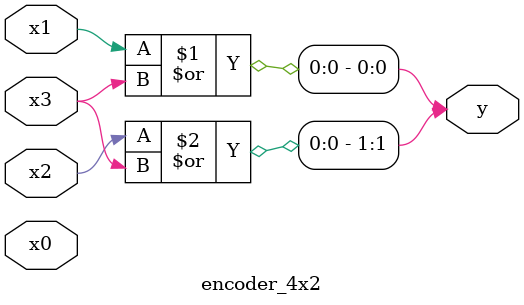
<source format=v>
module encoder_4x2( input x0,x1,x2,x3, output [1:0]y );
  
  or g0( y[0],x1,x3);
  or g1( y[1],x2,x3);
  
endmodule

</source>
